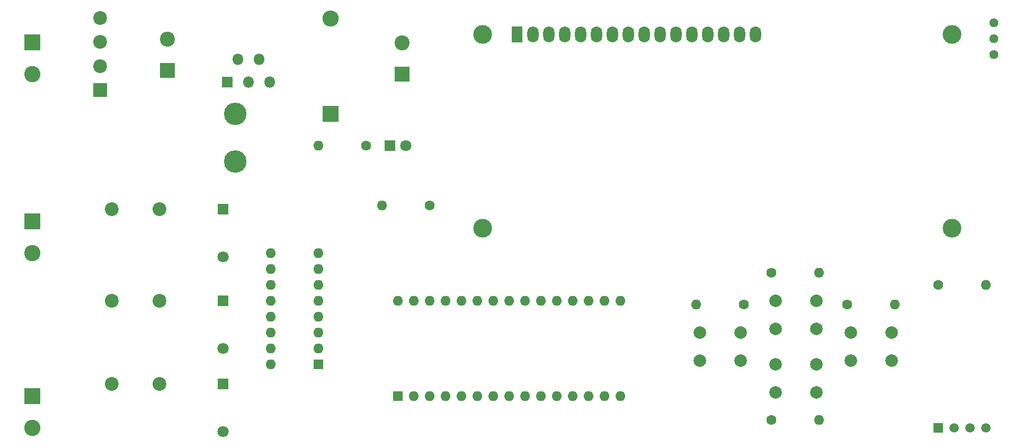
<source format=gbr>
%TF.GenerationSoftware,KiCad,Pcbnew,(5.1.10)-1*%
%TF.CreationDate,2021-08-22T00:04:37-04:00*%
%TF.ProjectId,Test Board,54657374-2042-46f6-9172-642e6b696361,rev?*%
%TF.SameCoordinates,Original*%
%TF.FileFunction,Soldermask,Bot*%
%TF.FilePolarity,Negative*%
%FSLAX46Y46*%
G04 Gerber Fmt 4.6, Leading zero omitted, Abs format (unit mm)*
G04 Created by KiCad (PCBNEW (5.1.10)-1) date 2021-08-22 00:04:37*
%MOMM*%
%LPD*%
G01*
G04 APERTURE LIST*
%ADD10C,2.600000*%
%ADD11R,2.600000X2.600000*%
%ADD12O,2.600000X2.600000*%
%ADD13C,1.500000*%
%ADD14R,1.500000X1.500000*%
%ADD15O,1.600000X1.600000*%
%ADD16R,1.600000X1.600000*%
%ADD17O,1.800000X1.800000*%
%ADD18R,1.800000X1.800000*%
%ADD19C,2.000000*%
%ADD20C,1.440000*%
%ADD21C,1.600000*%
%ADD22C,3.600000*%
%ADD23C,2.200000*%
%ADD24C,1.800000*%
%ADD25C,3.000000*%
%ADD26O,1.800000X2.600000*%
%ADD27R,1.800000X2.600000*%
%ADD28R,2.200000X2.200000*%
%ADD29C,2.400000*%
%ADD30R,2.400000X2.400000*%
G04 APERTURE END LIST*
D10*
%TO.C,J2*%
X45720000Y-93980000D03*
D11*
X45720000Y-88900000D03*
%TD*%
D12*
%TO.C,D2*%
X93345000Y-56515000D03*
D11*
X93345000Y-71755000D03*
%TD*%
D13*
%TO.C,U6*%
X198120000Y-121920000D03*
X195580000Y-121920000D03*
X193040000Y-121920000D03*
D14*
X190500000Y-121920000D03*
%TD*%
D15*
%TO.C,U2*%
X83820000Y-111760000D03*
X91440000Y-93980000D03*
X83820000Y-109220000D03*
X91440000Y-96520000D03*
X83820000Y-106680000D03*
X91440000Y-99060000D03*
X83820000Y-104140000D03*
X91440000Y-101600000D03*
X83820000Y-101600000D03*
X91440000Y-104140000D03*
X83820000Y-99060000D03*
X91440000Y-106680000D03*
X83820000Y-96520000D03*
X91440000Y-109220000D03*
X83820000Y-93980000D03*
D16*
X91440000Y-111760000D03*
%TD*%
D17*
%TO.C,U1*%
X83635000Y-66675000D03*
X81935000Y-62975000D03*
X80235000Y-66675000D03*
X78535000Y-62975000D03*
D18*
X76835000Y-66675000D03*
%TD*%
D19*
%TO.C,SW4*%
X183030000Y-106680000D03*
X183030000Y-111180000D03*
X176530000Y-106680000D03*
X176530000Y-111180000D03*
%TD*%
%TO.C,SW3*%
X170965000Y-111760000D03*
X170965000Y-116260000D03*
X164465000Y-111760000D03*
X164465000Y-116260000D03*
%TD*%
%TO.C,SW2*%
X158900000Y-106680000D03*
X158900000Y-111180000D03*
X152400000Y-106680000D03*
X152400000Y-111180000D03*
%TD*%
%TO.C,SW1*%
X170965000Y-101600000D03*
X170965000Y-106100000D03*
X164465000Y-101600000D03*
X164465000Y-106100000D03*
%TD*%
D20*
%TO.C,RV1*%
X199390000Y-62230000D03*
X199390000Y-59690000D03*
X199390000Y-57150000D03*
%TD*%
D15*
%TO.C,R23*%
X91440000Y-76835000D03*
D21*
X99060000Y-76835000D03*
%TD*%
D15*
%TO.C,R22*%
X198120000Y-99060000D03*
D21*
X190500000Y-99060000D03*
%TD*%
D15*
%TO.C,R21*%
X183515000Y-102235000D03*
D21*
X175895000Y-102235000D03*
%TD*%
D15*
%TO.C,R20*%
X171450000Y-120650000D03*
D21*
X163830000Y-120650000D03*
%TD*%
D15*
%TO.C,R19*%
X151765000Y-102235000D03*
D21*
X159385000Y-102235000D03*
%TD*%
D15*
%TO.C,R18*%
X171450000Y-97155000D03*
D21*
X163830000Y-97155000D03*
%TD*%
D15*
%TO.C,R1*%
X101600000Y-86360000D03*
D21*
X109220000Y-86360000D03*
%TD*%
D22*
%TO.C,L1*%
X78105000Y-79375000D03*
X78105000Y-71755000D03*
%TD*%
D23*
%TO.C,K3*%
X58420000Y-101600000D03*
X66040000Y-101600000D03*
D24*
X76200000Y-109220000D03*
D18*
X76200000Y-101600000D03*
%TD*%
D23*
%TO.C,K2*%
X58420000Y-114935000D03*
X66040000Y-114935000D03*
D24*
X76200000Y-122555000D03*
D18*
X76200000Y-114935000D03*
%TD*%
D23*
%TO.C,K1*%
X58420000Y-86995000D03*
X66040000Y-86995000D03*
D24*
X76200000Y-94615000D03*
D18*
X76200000Y-86995000D03*
%TD*%
D10*
%TO.C,J3*%
X45720000Y-121920000D03*
D11*
X45720000Y-116840000D03*
%TD*%
D10*
%TO.C,J1*%
X45720000Y-65405000D03*
D11*
X45720000Y-60325000D03*
%TD*%
D25*
%TO.C,DS1*%
X192690000Y-59055000D03*
X192689480Y-90055700D03*
X117690900Y-90055700D03*
X117690900Y-59055000D03*
D26*
X161290000Y-59055000D03*
X158750000Y-59055000D03*
X156210000Y-59055000D03*
X153670000Y-59055000D03*
X151130000Y-59055000D03*
X148590000Y-59055000D03*
X146050000Y-59055000D03*
X143510000Y-59055000D03*
X140970000Y-59055000D03*
X138430000Y-59055000D03*
X135890000Y-59055000D03*
X133350000Y-59055000D03*
X130810000Y-59055000D03*
X128270000Y-59055000D03*
X125730000Y-59055000D03*
D27*
X123190000Y-59055000D03*
%TD*%
D24*
%TO.C,D3*%
X105410000Y-76835000D03*
D18*
X102870000Y-76835000D03*
%TD*%
D28*
%TO.C,D1*%
X56515000Y-67945000D03*
D23*
X56515000Y-64095000D03*
X56515000Y-60245000D03*
X56515000Y-56395000D03*
%TD*%
D29*
%TO.C,C2*%
X104775000Y-60405000D03*
D30*
X104775000Y-65405000D03*
%TD*%
D29*
%TO.C,C1*%
X67310000Y-59770000D03*
D30*
X67310000Y-64770000D03*
%TD*%
D15*
%TO.C,A1*%
X139700000Y-101600000D03*
X139700000Y-116840000D03*
X104140000Y-101600000D03*
X137160000Y-116840000D03*
X106680000Y-101600000D03*
X134620000Y-116840000D03*
X109220000Y-101600000D03*
X132080000Y-116840000D03*
X111760000Y-101600000D03*
X129540000Y-116840000D03*
X114300000Y-101600000D03*
X127000000Y-116840000D03*
X116840000Y-101600000D03*
X124460000Y-116840000D03*
X119380000Y-101600000D03*
X121920000Y-116840000D03*
X121920000Y-101600000D03*
X119380000Y-116840000D03*
X124460000Y-101600000D03*
X116840000Y-116840000D03*
X127000000Y-101600000D03*
X114300000Y-116840000D03*
X129540000Y-101600000D03*
X111760000Y-116840000D03*
X132080000Y-101600000D03*
X109220000Y-116840000D03*
X134620000Y-101600000D03*
X106680000Y-116840000D03*
X137160000Y-101600000D03*
D16*
X104140000Y-116840000D03*
%TD*%
M02*

</source>
